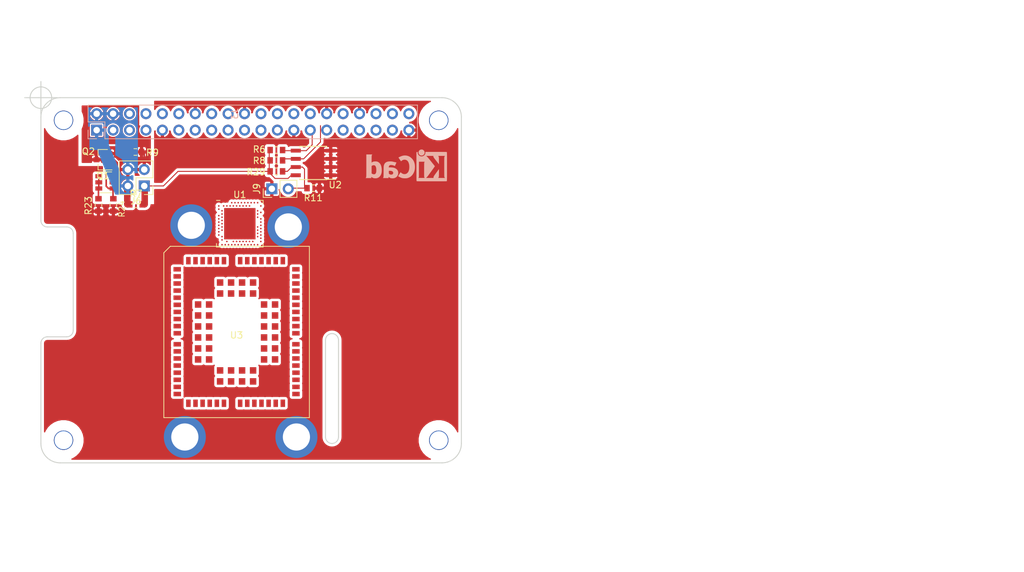
<source format=kicad_pcb>
(kicad_pcb (version 20171130) (host pcbnew 5.1.8-db9833491~88~ubuntu20.04.1)
  (layers (0 F.Cu signal) (1 In1.Cu signal) (2 In2.Cu signal) (31 B.Cu signal) (34 B.Paste user) (35 F.Paste user) (36 B.SilkS user) (37 F.SilkS user) (38 B.Mask user) (39 F.Mask user) (44 Edge.Cuts user))
  (net 0 "")
  (net 1 GND)
  (net 2 /ID_SD_EEPROM)
  (net 3 /ID_SC_EEPROM)
  (net 4 "Net-(Q1-Pad1)")
  (net 5 "Net-(Q2-Pad1)")
  (net 6 /P3V3_HAT)
  (net 7 /P5V_HAT)
  (net 8 /P3V3)
  (net 9 /P5V)
  (net 10 "Net-(J9-Pad2)")
  (net 11 "Net-(J3-Pad3)")
  (net 12 "Net-(J3-Pad5)")
  (net 13 "Net-(J3-Pad7)")
  (net 14 "Net-(J3-Pad8)")
  (net 15 "Net-(J3-Pad10)")
  (net 16 "Net-(J3-Pad11)")
  (net 17 "Net-(J3-Pad12)")
  (net 18 "Net-(J3-Pad13)")
  (net 19 "Net-(J3-Pad15)")
  (net 20 "Net-(J3-Pad16)")
  (net 21 "Net-(J3-Pad17)")
  (net 22 "Net-(J3-Pad18)")
  (net 23 "Net-(J3-Pad19)")
  (net 24 "Net-(J3-Pad21)")
  (net 25 "Net-(J3-Pad22)")
  (net 26 "Net-(J3-Pad23)")
  (net 27 "Net-(J3-Pad24)")
  (net 28 "Net-(J3-Pad26)")
  (net 29 "Net-(J3-Pad29)")
  (net 30 "Net-(J3-Pad31)")
  (net 31 "Net-(J3-Pad32)")
  (net 32 "Net-(J3-Pad33)")
  (net 33 "Net-(J3-Pad35)")
  (net 34 "Net-(J3-Pad36)")
  (net 35 "Net-(J3-Pad37)")
  (net 36 "Net-(J3-Pad38)")
  (net 37 "Net-(J3-Pad40)")
  (net 38 "Net-(U1-PadAC24)")
  (net 39 "Net-(U1-PadAA24)")
  (net 40 "Net-(U1-PadW24)")
  (net 41 "Net-(U1-PadU24)")
  (net 42 "Net-(U1-PadR24)")
  (net 43 "Net-(U1-PadN24)")
  (net 44 "Net-(U1-PadL24)")
  (net 45 "Net-(U1-PadJ24)")
  (net 46 "Net-(U1-PadE24)")
  (net 47 "Net-(U1-PadY23)")
  (net 48 "Net-(U1-PadV23)")
  (net 49 "Net-(U1-PadT23)")
  (net 50 "Net-(U1-PadP23)")
  (net 51 "Net-(U1-PadH23)")
  (net 52 "Net-(U1-PadF23)")
  (net 53 "Net-(U1-PadA23)")
  (net 54 "Net-(U1-PadA22)")
  (net 55 "Net-(U1-PadA20)")
  (net 56 "Net-(U1-PadA18)")
  (net 57 "Net-(U1-PadA16)")
  (net 58 "Net-(U1-PadA14)")
  (net 59 "Net-(U1-PadA12)")
  (net 60 "Net-(U1-PadA10)")
  (net 61 "Net-(U1-PadB19)")
  (net 62 "Net-(U1-PadB17)")
  (net 63 "Net-(U1-PadB15)")
  (net 64 "Net-(U1-PadB13)")
  (net 65 "Net-(U1-PadB11)")
  (net 66 "Net-(U1-PadB9)")
  (net 67 "Net-(U1-PadB7)")
  (net 68 "Net-(U1-PadB5)")
  (net 69 "Net-(U1-PadAC5)")
  (net 70 "Net-(U1-PadAC9)")
  (net 71 "Net-(U1-PadAC11)")
  (net 72 "Net-(U1-PadAC13)")
  (net 73 "Net-(U1-PadAC15)")
  (net 74 "Net-(U1-PadAC17)")
  (net 75 "Net-(U1-PadAC19)")
  (net 76 "Net-(U1-PadAD22)")
  (net 77 "Net-(U1-PadAD20)")
  (net 78 "Net-(U1-PadAD18)")
  (net 79 "Net-(U1-PadAD16)")
  (net 80 "Net-(U1-PadAD12)")
  (net 81 "Net-(U1-PadAD10)")
  (net 82 "Net-(U1-PadAD8)")
  (net 83 "Net-(U1-PadAD6)")
  (net 84 "Net-(U1-PadAD4)")
  (net 85 "Net-(U1-PadD2)")
  (net 86 "Net-(U1-PadC1)")
  (net 87 "Net-(U1-PadF2)")
  (net 88 "Net-(U1-PadH2)")
  (net 89 "Net-(U1-PadK2)")
  (net 90 "Net-(U1-PadM2)")
  (net 91 "Net-(U1-PadP2)")
  (net 92 "Net-(U1-PadT2)")
  (net 93 "Net-(U1-PadG1)")
  (net 94 "Net-(U1-PadJ1)")
  (net 95 "Net-(U1-PadL1)")
  (net 96 "Net-(U1-PadN1)")
  (net 97 "Net-(U1-PadR1)")
  (net 98 "Net-(U1-PadU1)")
  (net 99 "Net-(U1-PadY2)")
  (net 100 "Net-(U1-PadAB2)")
  (net 101 "Net-(U1-PadAD2)")
  (net 102 "Net-(U1-PadAC21)")
  (net 103 "Net-(U1-PadB3)")
  (net 104 "Net-(U1-PadA8)")
  (net 105 "Net-(U1-PadD23)")
  (net 106 "Net-(U1-PadB24)")
  (net 107 "Net-(U3-Pad102)")
  (net 108 "Net-(U3-Pad101)")
  (net 109 "Net-(U3-Pad100)")
  (net 110 "Net-(U3-Pad99)")
  (net 111 "Net-(U3-Pad98)")
  (net 112 "Net-(U3-Pad97)")
  (net 113 "Net-(U3-Pad96)")
  (net 114 "Net-(U3-Pad95)")
  (net 115 "Net-(U3-Pad94)")
  (net 116 "Net-(U3-Pad93)")
  (net 117 "Net-(U3-Pad92)")
  (net 118 "Net-(U3-Pad91)")
  (net 119 "Net-(U3-Pad90)")
  (net 120 "Net-(U3-Pad89)")
  (net 121 "Net-(U3-Pad88)")
  (net 122 "Net-(U3-Pad87)")
  (net 123 "Net-(U3-Pad86)")
  (net 124 "Net-(U3-Pad85)")
  (net 125 "Net-(U3-Pad84)")
  (net 126 "Net-(U3-Pad83)")
  (net 127 "Net-(U3-Pad82)")
  (net 128 "Net-(U3-Pad81)")
  (net 129 "Net-(U3-Pad80)")
  (net 130 "Net-(U3-Pad79)")
  (net 131 "Net-(U3-Pad78)")
  (net 132 "Net-(U3-Pad77)")
  (net 133 "Net-(U3-Pad76)")
  (net 134 "Net-(U3-Pad75)")
  (net 135 "Net-(U3-Pad74)")
  (net 136 "Net-(U3-Pad73)")
  (net 137 "Net-(U3-Pad72)")
  (net 138 "Net-(U3-Pad71)")
  (net 139 "Net-(U3-Pad70)")
  (net 140 "Net-(U3-Pad69)")
  (net 141 "Net-(U3-Pad68)")
  (net 142 "Net-(U3-Pad67)")
  (net 143 "Net-(U3-Pad66)")
  (net 144 "Net-(U3-Pad65)")
  (net 145 "Net-(U3-Pad64)")
  (net 146 "Net-(U3-Pad63)")
  (net 147 "Net-(U3-Pad62)")
  (net 148 "Net-(U3-Pad61)")
  (net 149 "Net-(U3-Pad60)")
  (net 150 "Net-(U3-Pad59)")
  (net 151 "Net-(U3-Pad58)")
  (net 152 "Net-(U3-Pad57)")
  (net 153 "Net-(U3-Pad56)")
  (net 154 "Net-(U3-Pad55)")
  (net 155 "Net-(U3-Pad54)")
  (net 156 "Net-(U3-Pad53)")
  (net 157 "Net-(U3-Pad52)")
  (net 158 "Net-(U3-Pad51)")
  (net 159 "Net-(U3-Pad50)")
  (net 160 "Net-(U3-Pad49)")
  (net 161 "Net-(U3-Pad48)")
  (net 162 "Net-(U3-Pad47)")
  (net 163 "Net-(U3-Pad46)")
  (net 164 "Net-(U3-Pad45)")
  (net 165 "Net-(U3-Pad44)")
  (net 166 "Net-(U3-Pad43)")
  (net 167 "Net-(U3-Pad42)")
  (net 168 "Net-(U3-Pad41)")
  (net 169 "Net-(U3-Pad40)")
  (net 170 "Net-(U3-Pad39)")
  (net 171 "Net-(U3-Pad38)")
  (net 172 "Net-(U3-Pad37)")
  (net 173 "Net-(U3-Pad36)")
  (net 174 "Net-(U3-Pad35)")
  (net 175 "Net-(U3-Pad34)")
  (net 176 "Net-(U3-Pad33)")
  (net 177 "Net-(U3-Pad32)")
  (net 178 "Net-(U3-Pad31)")
  (net 179 "Net-(U3-Pad30)")
  (net 180 "Net-(U3-Pad29)")
  (net 181 "Net-(U3-Pad28)")
  (net 182 "Net-(U3-Pad27)")
  (net 183 "Net-(U3-Pad26)")
  (net 184 "Net-(U3-Pad25)")
  (net 185 "Net-(U3-Pad24)")
  (net 186 "Net-(U3-Pad23)")
  (net 187 "Net-(U3-Pad22)")
  (net 188 "Net-(U3-Pad21)")
  (net 189 "Net-(U3-Pad20)")
  (net 190 "Net-(U3-Pad19)")
  (net 191 "Net-(U3-Pad18)")
  (net 192 "Net-(U3-Pad17)")
  (net 193 "Net-(U3-Pad16)")
  (net 194 "Net-(U3-Pad15)")
  (net 195 "Net-(U3-Pad14)")
  (net 196 "Net-(U3-Pad13)")
  (net 197 "Net-(U3-Pad12)")
  (net 198 "Net-(U3-Pad11)")
  (net 199 "Net-(U3-Pad10)")
  (net 200 "Net-(U3-Pad9)")
  (net 201 "Net-(U3-Pad8)")
  (net 202 "Net-(U3-Pad7)")
  (net 203 "Net-(U3-Pad6)")
  (net 204 "Net-(U3-Pad5)")
  (net 205 "Net-(U3-Pad4)")
  (net 206 "Net-(U3-Pad3)")
  (net 207 "Net-(U3-Pad2)")
  (net 208 "Net-(U3-Pad1)")
  (module ABC:PinSocket_2x20_P2.54mm_Vertical-CENTER (layer B.Cu) (at 110.75 63.75 270)
    (fp_text reference J3 (at -1.27 2.77 90) (layer B.SilkS) (effects (justify mirror)))
    (fp_text value 40HAT)
    (pad 40 thru_hole oval (at -1.27 -24.13 270) (size 1.7 1.7) (drill 1) (layers *.Cu *.Mask) (net 37 "Net-(J3-Pad40)"))
    (pad 39 thru_hole oval (at 1.27 -24.13 270) (size 1.7 1.7) (drill 1) (layers *.Cu *.Mask) (net 1 GND))
    (pad 38 thru_hole oval (at -1.27 -21.59 270) (size 1.7 1.7) (drill 1) (layers *.Cu *.Mask) (net 36 "Net-(J3-Pad38)"))
    (pad 37 thru_hole oval (at 1.27 -21.59 270) (size 1.7 1.7) (drill 1) (layers *.Cu *.Mask) (net 35 "Net-(J3-Pad37)"))
    (pad 36 thru_hole oval (at -1.27 -19.05 270) (size 1.7 1.7) (drill 1) (layers *.Cu *.Mask) (net 34 "Net-(J3-Pad36)"))
    (pad 35 thru_hole oval (at 1.27 -19.05 270) (size 1.7 1.7) (drill 1) (layers *.Cu *.Mask) (net 33 "Net-(J3-Pad35)"))
    (pad 34 thru_hole oval (at -1.27 -16.51 270) (size 1.7 1.7) (drill 1) (layers *.Cu *.Mask) (net 1 GND))
    (pad 33 thru_hole oval (at 1.27 -16.51 270) (size 1.7 1.7) (drill 1) (layers *.Cu *.Mask) (net 32 "Net-(J3-Pad33)"))
    (pad 32 thru_hole oval (at -1.27 -13.97 270) (size 1.7 1.7) (drill 1) (layers *.Cu *.Mask) (net 31 "Net-(J3-Pad32)"))
    (pad 31 thru_hole oval (at 1.27 -13.97 270) (size 1.7 1.7) (drill 1) (layers *.Cu *.Mask) (net 30 "Net-(J3-Pad31)"))
    (pad 30 thru_hole oval (at -1.27 -11.43 270) (size 1.7 1.7) (drill 1) (layers *.Cu *.Mask) (net 1 GND))
    (pad 29 thru_hole oval (at 1.27 -11.43 270) (size 1.7 1.7) (drill 1) (layers *.Cu *.Mask) (net 29 "Net-(J3-Pad29)"))
    (pad 28 thru_hole oval (at -1.27 -8.89 270) (size 1.7 1.7) (drill 1) (layers *.Cu *.Mask) (net 3 /ID_SC_EEPROM))
    (pad 27 thru_hole oval (at 1.27 -8.89 270) (size 1.7 1.7) (drill 1) (layers *.Cu *.Mask) (net 2 /ID_SD_EEPROM))
    (pad 26 thru_hole oval (at -1.27 -6.35 270) (size 1.7 1.7) (drill 1) (layers *.Cu *.Mask) (net 28 "Net-(J3-Pad26)"))
    (pad 25 thru_hole oval (at 1.27 -6.35 270) (size 1.7 1.7) (drill 1) (layers *.Cu *.Mask) (net 1 GND))
    (pad 24 thru_hole oval (at -1.27 -3.81 270) (size 1.7 1.7) (drill 1) (layers *.Cu *.Mask) (net 27 "Net-(J3-Pad24)"))
    (pad 23 thru_hole oval (at 1.27 -3.81 270) (size 1.7 1.7) (drill 1) (layers *.Cu *.Mask) (net 26 "Net-(J3-Pad23)"))
    (pad 22 thru_hole oval (at -1.27 -1.27 270) (size 1.7 1.7) (drill 1) (layers *.Cu *.Mask) (net 25 "Net-(J3-Pad22)"))
    (pad 21 thru_hole oval (at 1.27 -1.27 270) (size 1.7 1.7) (drill 1) (layers *.Cu *.Mask) (net 24 "Net-(J3-Pad21)"))
    (pad 20 thru_hole oval (at -1.27 1.27 270) (size 1.7 1.7) (drill 1) (layers *.Cu *.Mask) (net 1 GND))
    (pad 19 thru_hole oval (at 1.27 1.27 270) (size 1.7 1.7) (drill 1) (layers *.Cu *.Mask) (net 23 "Net-(J3-Pad19)"))
    (pad 18 thru_hole oval (at -1.27 3.81 270) (size 1.7 1.7) (drill 1) (layers *.Cu *.Mask) (net 22 "Net-(J3-Pad18)"))
    (pad 17 thru_hole oval (at 1.27 3.81 270) (size 1.7 1.7) (drill 1) (layers *.Cu *.Mask) (net 21 "Net-(J3-Pad17)"))
    (pad 16 thru_hole oval (at -1.27 6.35 270) (size 1.7 1.7) (drill 1) (layers *.Cu *.Mask) (net 20 "Net-(J3-Pad16)"))
    (pad 15 thru_hole oval (at 1.27 6.35 270) (size 1.7 1.7) (drill 1) (layers *.Cu *.Mask) (net 19 "Net-(J3-Pad15)"))
    (pad 14 thru_hole oval (at -1.27 8.89 270) (size 1.7 1.7) (drill 1) (layers *.Cu *.Mask) (net 1 GND))
    (pad 13 thru_hole oval (at 1.27 8.89 270) (size 1.7 1.7) (drill 1) (layers *.Cu *.Mask) (net 18 "Net-(J3-Pad13)"))
    (pad 12 thru_hole oval (at -1.27 11.43 270) (size 1.7 1.7) (drill 1) (layers *.Cu *.Mask) (net 17 "Net-(J3-Pad12)"))
    (pad 11 thru_hole oval (at 1.27 11.43 270) (size 1.7 1.7) (drill 1) (layers *.Cu *.Mask) (net 16 "Net-(J3-Pad11)"))
    (pad 10 thru_hole oval (at -1.27 13.97 270) (size 1.7 1.7) (drill 1) (layers *.Cu *.Mask) (net 15 "Net-(J3-Pad10)"))
    (pad 9 thru_hole oval (at 1.27 13.97 270) (size 1.7 1.7) (drill 1) (layers *.Cu *.Mask) (net 1 GND))
    (pad 8 thru_hole oval (at -1.27 16.51 270) (size 1.7 1.7) (drill 1) (layers *.Cu *.Mask) (net 14 "Net-(J3-Pad8)"))
    (pad 7 thru_hole oval (at 1.27 16.51 270) (size 1.7 1.7) (drill 1) (layers *.Cu *.Mask) (net 13 "Net-(J3-Pad7)"))
    (pad 6 thru_hole oval (at -1.27 19.05 270) (size 1.7 1.7) (drill 1) (layers *.Cu *.Mask) (net 1 GND))
    (pad 5 thru_hole oval (at 1.27 19.05 270) (size 1.7 1.7) (drill 1) (layers *.Cu *.Mask) (net 12 "Net-(J3-Pad5)"))
    (pad 4 thru_hole oval (at -1.27 21.59 270) (size 1.7 1.7) (drill 1) (layers *.Cu *.Mask) (net 7 /P5V_HAT))
    (pad 3 thru_hole oval (at 1.27 21.59 270) (size 1.7 1.7) (drill 1) (layers *.Cu *.Mask) (net 11 "Net-(J3-Pad3)"))
    (pad 2 thru_hole oval (at -1.27 24.13 270) (size 1.7 1.7) (drill 1) (layers *.Cu *.Mask) (net 7 /P5V_HAT))
    (pad 1 thru_hole rect (at 1.27 24.13 270) (size 1.7 1.7) (drill 1) (layers *.Cu *.Mask) (net 6 /P3V3_HAT))
  )
  (module ABC:KiCad-Logo_5mm_SilkScreen-rpi-module (layer B.Cu) (at 134.5 71 180)
    (fp_text reference N1 hide)
    (fp_text value "Rasp Pi 3d Model" hide)
  )
  (module ABC:4881-Top (layer B.Cu) (at 117.5 112.5)
    (fp_text reference H8 (at 0 -0.5) (layer B.SilkS) (effects (justify mirror)))
    (fp_text value "4881 SMT Mounts")
    (pad 1 thru_hole circle (at 0 0) (size 6.5 6.5) (drill 4.2) (layers B.Cu B.Mask))
  )
  (module ABC:4881-Top (layer B.Cu) (at 116.25 80)
    (fp_text reference H7 (at 0 -0.5) (layer B.SilkS) (effects (justify mirror)))
    (fp_text value "4881 SMT Mounts")
    (pad 1 thru_hole circle (at 0 0) (size 6.5 6.5) (drill 4.2) (layers B.Cu B.Mask))
  )
  (module ABC:4881-Top (layer B.Cu) (at 100.25 112.5)
    (fp_text reference H6 (at 0 -0.5) (layer B.SilkS) (effects (justify mirror)))
    (fp_text value "4881 SMT Mounts")
    (pad 1 thru_hole circle (at 0 0) (size 6.5 6.5) (drill 4.2) (layers B.Cu B.Mask))
  )
  (module ABC:4881-Top (layer B.Cu) (at 101.25 79.75)
    (fp_text reference H5 (at 0 -0.5) (layer B.SilkS) (effects (justify mirror)))
    (fp_text value "4881 SMT Mounts")
    (pad 1 thru_hole circle (at 0 0) (size 6.5 6.5) (drill 4.2) (layers B.Cu B.Mask))
  )
  (module ABC:BG96 (layer F.Cu) (at 108.25 96.25)
    (fp_text reference U3 (at 0 0.5) (layer F.SilkS))
    (fp_text value BG96)
    (pad 102 smd rect (at -2.55 -5.95 270) (size 1 1) (layers F.Cu F.Paste F.Mask) (net 107 "Net-(U3-Pad102)"))
    (pad 101 smd rect (at -0.85 -5.95 270) (size 1 1) (layers F.Cu F.Paste F.Mask) (net 108 "Net-(U3-Pad101)"))
    (pad 100 smd rect (at 0.85 -5.95 270) (size 1 1) (layers F.Cu F.Paste F.Mask) (net 109 "Net-(U3-Pad100)"))
    (pad 99 smd rect (at 2.55 -5.95 270) (size 1 1) (layers F.Cu F.Paste F.Mask) (net 110 "Net-(U3-Pad99)"))
    (pad 98 smd rect (at 4.25 -4.25 270) (size 1 1) (layers F.Cu F.Paste F.Mask) (net 111 "Net-(U3-Pad98)"))
    (pad 97 smd rect (at 4.25 -2.55 270) (size 1 1) (layers F.Cu F.Paste F.Mask) (net 112 "Net-(U3-Pad97)"))
    (pad 96 smd rect (at 4.25 -0.85 270) (size 1 1) (layers F.Cu F.Paste F.Mask) (net 113 "Net-(U3-Pad96)"))
    (pad 95 smd rect (at 4.25 0.85 270) (size 1 1) (layers F.Cu F.Paste F.Mask) (net 114 "Net-(U3-Pad95)"))
    (pad 94 smd rect (at 4.25 2.55 270) (size 1 1) (layers F.Cu F.Paste F.Mask) (net 115 "Net-(U3-Pad94)"))
    (pad 93 smd rect (at 4.25 4.25 270) (size 1 1) (layers F.Cu F.Paste F.Mask) (net 116 "Net-(U3-Pad93)"))
    (pad 92 smd rect (at 2.55 5.95 270) (size 1 1) (layers F.Cu F.Paste F.Mask) (net 117 "Net-(U3-Pad92)"))
    (pad 91 smd rect (at 0.85 5.95 270) (size 1 1) (layers F.Cu F.Paste F.Mask) (net 118 "Net-(U3-Pad91)"))
    (pad 90 smd rect (at -0.85 5.95 270) (size 1 1) (layers F.Cu F.Paste F.Mask) (net 119 "Net-(U3-Pad90)"))
    (pad 89 smd rect (at -2.55 5.95 270) (size 1 1) (layers F.Cu F.Paste F.Mask) (net 120 "Net-(U3-Pad89)"))
    (pad 88 smd rect (at -4.25 4.25 270) (size 1 1) (layers F.Cu F.Paste F.Mask) (net 121 "Net-(U3-Pad88)"))
    (pad 87 smd rect (at -4.25 2.55 270) (size 1 1) (layers F.Cu F.Paste F.Mask) (net 122 "Net-(U3-Pad87)"))
    (pad 86 smd rect (at -4.25 0.85 270) (size 1 1) (layers F.Cu F.Paste F.Mask) (net 123 "Net-(U3-Pad86)"))
    (pad 85 smd rect (at -4.25 -0.85 270) (size 1 1) (layers F.Cu F.Paste F.Mask) (net 124 "Net-(U3-Pad85)"))
    (pad 84 smd rect (at -4.25 -2.55 270) (size 1 1) (layers F.Cu F.Paste F.Mask) (net 125 "Net-(U3-Pad84)"))
    (pad 83 smd rect (at -4.25 -4.25 270) (size 1 1) (layers F.Cu F.Paste F.Mask) (net 126 "Net-(U3-Pad83)"))
    (pad 82 smd rect (at -2.55 -7.65 270) (size 1 1) (layers F.Cu F.Paste F.Mask) (net 127 "Net-(U3-Pad82)"))
    (pad 81 smd rect (at -0.85 -7.65 270) (size 1 1) (layers F.Cu F.Paste F.Mask) (net 128 "Net-(U3-Pad81)"))
    (pad 80 smd rect (at 0.85 -7.65 270) (size 1 1) (layers F.Cu F.Paste F.Mask) (net 129 "Net-(U3-Pad80)"))
    (pad 79 smd rect (at 2.55 -7.65 270) (size 1 1) (layers F.Cu F.Paste F.Mask) (net 130 "Net-(U3-Pad79)"))
    (pad 78 smd rect (at 5.95 -4.25 270) (size 1 1) (layers F.Cu F.Paste F.Mask) (net 131 "Net-(U3-Pad78)"))
    (pad 77 smd rect (at 5.95 -2.55 270) (size 1 1) (layers F.Cu F.Paste F.Mask) (net 132 "Net-(U3-Pad77)"))
    (pad 76 smd rect (at 5.95 -0.85 270) (size 1 1) (layers F.Cu F.Paste F.Mask) (net 133 "Net-(U3-Pad76)"))
    (pad 75 smd rect (at 5.95 0.85 270) (size 1 1) (layers F.Cu F.Paste F.Mask) (net 134 "Net-(U3-Pad75)"))
    (pad 74 smd rect (at 5.95 2.55 270) (size 1 1) (layers F.Cu F.Paste F.Mask) (net 135 "Net-(U3-Pad74)"))
    (pad 73 smd rect (at 5.95 4.25 270) (size 1 1) (layers F.Cu F.Paste F.Mask) (net 136 "Net-(U3-Pad73)"))
    (pad 72 smd rect (at 2.55 7.65 270) (size 1 1) (layers F.Cu F.Paste F.Mask) (net 137 "Net-(U3-Pad72)"))
    (pad 71 smd rect (at 0.85 7.65 270) (size 1 1) (layers F.Cu F.Paste F.Mask) (net 138 "Net-(U3-Pad71)"))
    (pad 70 smd rect (at -0.85 7.65 270) (size 1 1) (layers F.Cu F.Paste F.Mask) (net 139 "Net-(U3-Pad70)"))
    (pad 69 smd rect (at -2.55 7.65 270) (size 1 1) (layers F.Cu F.Paste F.Mask) (net 140 "Net-(U3-Pad69)"))
    (pad 68 smd rect (at -5.95 4.25 270) (size 1 1) (layers F.Cu F.Paste F.Mask) (net 141 "Net-(U3-Pad68)"))
    (pad 67 smd rect (at -5.95 2.55 270) (size 1 1) (layers F.Cu F.Paste F.Mask) (net 142 "Net-(U3-Pad67)"))
    (pad 66 smd rect (at -5.95 0.85 270) (size 1 1) (layers F.Cu F.Paste F.Mask) (net 143 "Net-(U3-Pad66)"))
    (pad 65 smd rect (at -5.95 -0.85 270) (size 1 1) (layers F.Cu F.Paste F.Mask) (net 144 "Net-(U3-Pad65)"))
    (pad 64 smd rect (at -5.95 -2.55 270) (size 1 1) (layers F.Cu F.Paste F.Mask) (net 145 "Net-(U3-Pad64)"))
    (pad 63 smd rect (at -5.95 -4.25 270) (size 1 1) (layers F.Cu F.Paste F.Mask) (net 146 "Net-(U3-Pad63)"))
    (pad 62 smd rect (at -7.45 -11.03 270) (size 1.15 0.7) (layers F.Cu F.Paste F.Mask) (net 147 "Net-(U3-Pad62)"))
    (pad 61 smd rect (at -6.35 -11.03 270) (size 1.15 0.7) (layers F.Cu F.Paste F.Mask) (net 148 "Net-(U3-Pad61)"))
    (pad 60 smd rect (at -5.25 -11.03 270) (size 1.15 0.7) (layers F.Cu F.Paste F.Mask) (net 149 "Net-(U3-Pad60)"))
    (pad 59 smd rect (at -4.15 -11.03 270) (size 1.15 0.7) (layers F.Cu F.Paste F.Mask) (net 150 "Net-(U3-Pad59)"))
    (pad 58 smd rect (at -3.05 -11.03 270) (size 1.15 0.7) (layers F.Cu F.Paste F.Mask) (net 151 "Net-(U3-Pad58)"))
    (pad 57 smd rect (at -1.95 -11.03 270) (size 1.15 0.7) (layers F.Cu F.Paste F.Mask) (net 152 "Net-(U3-Pad57)"))
    (pad 56 smd rect (at 0.55 -11.03 270) (size 1.15 0.7) (layers F.Cu F.Paste F.Mask) (net 153 "Net-(U3-Pad56)"))
    (pad 55 smd rect (at 1.65 -11.03 270) (size 1.15 0.7) (layers F.Cu F.Paste F.Mask) (net 154 "Net-(U3-Pad55)"))
    (pad 54 smd rect (at 2.75 -11.03 270) (size 1.15 0.7) (layers F.Cu F.Paste F.Mask) (net 155 "Net-(U3-Pad54)"))
    (pad 53 smd rect (at 3.85 -11.03 270) (size 1.15 0.7) (layers F.Cu F.Paste F.Mask) (net 156 "Net-(U3-Pad53)"))
    (pad 52 smd rect (at 4.95 -11.03 270) (size 1.15 0.7) (layers F.Cu F.Paste F.Mask) (net 157 "Net-(U3-Pad52)"))
    (pad 51 smd rect (at 6.05 -11.03 270) (size 1.15 0.7) (layers F.Cu F.Paste F.Mask) (net 158 "Net-(U3-Pad51)"))
    (pad 50 smd rect (at 7.15 -11.03 270) (size 1.15 0.7) (layers F.Cu F.Paste F.Mask) (net 159 "Net-(U3-Pad50)"))
    (pad 49 smd rect (at 9.17 -9.7 180) (size 1.15 0.7) (layers F.Cu F.Paste F.Mask) (net 160 "Net-(U3-Pad49)"))
    (pad 48 smd rect (at 9.17 -8.6 180) (size 1.15 0.7) (layers F.Cu F.Paste F.Mask) (net 161 "Net-(U3-Pad48)"))
    (pad 47 smd rect (at 9.17 -7.5 180) (size 1.15 0.7) (layers F.Cu F.Paste F.Mask) (net 162 "Net-(U3-Pad47)"))
    (pad 46 smd rect (at 9.17 -6.4 180) (size 1.15 0.7) (layers F.Cu F.Paste F.Mask) (net 163 "Net-(U3-Pad46)"))
    (pad 45 smd rect (at 9.17 -5.3 180) (size 1.15 0.7) (layers F.Cu F.Paste F.Mask) (net 164 "Net-(U3-Pad45)"))
    (pad 44 smd rect (at 9.17 -4.2 180) (size 1.15 0.7) (layers F.Cu F.Paste F.Mask) (net 165 "Net-(U3-Pad44)"))
    (pad 43 smd rect (at 9.17 -3.1 180) (size 1.15 0.7) (layers F.Cu F.Paste F.Mask) (net 166 "Net-(U3-Pad43)"))
    (pad 42 smd rect (at 9.17 -2 180) (size 1.15 0.7) (layers F.Cu F.Paste F.Mask) (net 167 "Net-(U3-Pad42)"))
    (pad 41 smd rect (at 9.17 -0.9 180) (size 1.15 0.7) (layers F.Cu F.Paste F.Mask) (net 168 "Net-(U3-Pad41)"))
    (pad 40 smd rect (at 9.17 0.2 180) (size 1.15 0.7) (layers F.Cu F.Paste F.Mask) (net 169 "Net-(U3-Pad40)"))
    (pad 39 smd rect (at 9.17 1.9 180) (size 1.15 0.7) (layers F.Cu F.Paste F.Mask) (net 170 "Net-(U3-Pad39)"))
    (pad 38 smd rect (at 9.17 3 180) (size 1.15 0.7) (layers F.Cu F.Paste F.Mask) (net 171 "Net-(U3-Pad38)"))
    (pad 37 smd rect (at 9.17 4.1 180) (size 1.15 0.7) (layers F.Cu F.Paste F.Mask) (net 172 "Net-(U3-Pad37)"))
    (pad 36 smd rect (at 9.17 5.2 180) (size 1.15 0.7) (layers F.Cu F.Paste F.Mask) (net 173 "Net-(U3-Pad36)"))
    (pad 35 smd rect (at 9.18 6.3 180) (size 1.15 0.7) (layers F.Cu F.Paste F.Mask) (net 174 "Net-(U3-Pad35)"))
    (pad 34 smd rect (at 9.18 7.4 180) (size 1.15 0.7) (layers F.Cu F.Paste F.Mask) (net 175 "Net-(U3-Pad34)"))
    (pad 33 smd rect (at 9.18 8.5 180) (size 1.15 0.7) (layers F.Cu F.Paste F.Mask) (net 176 "Net-(U3-Pad33)"))
    (pad 32 smd rect (at 9.18 9.6 180) (size 1.15 0.7) (layers F.Cu F.Paste F.Mask) (net 177 "Net-(U3-Pad32)"))
    (pad 31 smd rect (at 7.15 11.03 90) (size 1.15 0.7) (layers F.Cu F.Paste F.Mask) (net 178 "Net-(U3-Pad31)"))
    (pad 30 smd rect (at 6.05 11.03 90) (size 1.15 0.7) (layers F.Cu F.Paste F.Mask) (net 179 "Net-(U3-Pad30)"))
    (pad 29 smd rect (at 4.95 11.03 90) (size 1.15 0.7) (layers F.Cu F.Paste F.Mask) (net 180 "Net-(U3-Pad29)"))
    (pad 28 smd rect (at 3.85 11.03 90) (size 1.15 0.7) (layers F.Cu F.Paste F.Mask) (net 181 "Net-(U3-Pad28)"))
    (pad 27 smd rect (at 2.75 11.03 90) (size 1.15 0.7) (layers F.Cu F.Paste F.Mask) (net 182 "Net-(U3-Pad27)"))
    (pad 26 smd rect (at 1.65 11.03 90) (size 1.15 0.7) (layers F.Cu F.Paste F.Mask) (net 183 "Net-(U3-Pad26)"))
    (pad 25 smd rect (at 0.55 11.03 90) (size 1.15 0.7) (layers F.Cu F.Paste F.Mask) (net 184 "Net-(U3-Pad25)"))
    (pad 24 smd rect (at -1.95 11.03 90) (size 1.15 0.7) (layers F.Cu F.Paste F.Mask) (net 185 "Net-(U3-Pad24)"))
    (pad 23 smd rect (at -3.05 11.03 90) (size 1.15 0.7) (layers F.Cu F.Paste F.Mask) (net 186 "Net-(U3-Pad23)"))
    (pad 22 smd rect (at -4.15 11.03 90) (size 1.15 0.7) (layers F.Cu F.Paste F.Mask) (net 187 "Net-(U3-Pad22)"))
    (pad 21 smd rect (at -5.25 11.03 90) (size 1.15 0.7) (layers F.Cu F.Paste F.Mask) (net 188 "Net-(U3-Pad21)"))
    (pad 20 smd rect (at -6.35 11.03 90) (size 1.15 0.7) (layers F.Cu F.Paste F.Mask) (net 189 "Net-(U3-Pad20)"))
    (pad 19 smd rect (at -7.45 11.03 90) (size 1.15 0.7) (layers F.Cu F.Paste F.Mask) (net 190 "Net-(U3-Pad19)"))
    (pad 18 smd rect (at -9.17 9.6) (size 1.15 0.7) (layers F.Cu F.Paste F.Mask) (net 191 "Net-(U3-Pad18)"))
    (pad 17 smd rect (at -9.17 8.5) (size 1.15 0.7) (layers F.Cu F.Paste F.Mask) (net 192 "Net-(U3-Pad17)"))
    (pad 16 smd rect (at -9.17 7.4) (size 1.15 0.7) (layers F.Cu F.Paste F.Mask) (net 193 "Net-(U3-Pad16)"))
    (pad 15 smd rect (at -9.17 6.3) (size 1.15 0.7) (layers F.Cu F.Paste F.Mask) (net 194 "Net-(U3-Pad15)"))
    (pad 14 smd rect (at -9.17 5.2) (size 1.15 0.7) (layers F.Cu F.Paste F.Mask) (net 195 "Net-(U3-Pad14)"))
    (pad 13 smd rect (at -9.17 4.1) (size 1.15 0.7) (layers F.Cu F.Paste F.Mask) (net 196 "Net-(U3-Pad13)"))
    (pad 12 smd rect (at -9.17 3) (size 1.15 0.7) (layers F.Cu F.Paste F.Mask) (net 197 "Net-(U3-Pad12)"))
    (pad 11 smd rect (at -9.17 1.9) (size 1.15 0.7) (layers F.Cu F.Paste F.Mask) (net 198 "Net-(U3-Pad11)"))
    (pad 10 smd rect (at -9.17 0.2) (size 1.15 0.7) (layers F.Cu F.Paste F.Mask) (net 199 "Net-(U3-Pad10)"))
    (pad 9 smd rect (at -9.17 -0.9) (size 1.15 0.7) (layers F.Cu F.Paste F.Mask) (net 200 "Net-(U3-Pad9)"))
    (pad 8 smd rect (at -9.17 -2) (size 1.15 0.7) (layers F.Cu F.Paste F.Mask) (net 201 "Net-(U3-Pad8)"))
    (pad 7 smd rect (at -9.17 -3.1) (size 1.15 0.7) (layers F.Cu F.Paste F.Mask) (net 202 "Net-(U3-Pad7)"))
    (pad 6 smd rect (at -9.17 -4.2) (size 1.15 0.7) (layers F.Cu F.Paste F.Mask) (net 203 "Net-(U3-Pad6)"))
    (pad 5 smd rect (at -9.18 -5.3) (size 1.15 0.7) (layers F.Cu F.Paste F.Mask) (net 204 "Net-(U3-Pad5)"))
    (pad 4 smd rect (at -9.18 -6.4) (size 1.15 0.7) (layers F.Cu F.Paste F.Mask) (net 205 "Net-(U3-Pad4)"))
    (pad 3 smd rect (at -9.18 -7.5) (size 1.15 0.7) (layers F.Cu F.Paste F.Mask) (net 206 "Net-(U3-Pad3)"))
    (pad 2 smd rect (at -9.18 -8.6) (size 1.15 0.7) (layers F.Cu F.Paste F.Mask) (net 207 "Net-(U3-Pad2)"))
    (pad 1 smd rect (at -9.18 -9.7) (size 1.15 0.7) (layers F.Cu F.Paste F.Mask) (net 208 "Net-(U3-Pad1)"))
  )
  (module Package_DFN_QFN:Nordic_AQFN-73-1EP_7x7mm_P0.5mm (layer F.Cu) (at 108.75 79.5)
    (fp_text reference U1 (at 0 -4.5) (layer F.SilkS))
    (fp_text value nRF52840)
    (pad AC24 smd circle (at 3.25 2.75 180) (size 0.25 0.25) (layers F.Cu F.Paste F.Mask) (net 38 "Net-(U1-PadAC24)"))
    (pad AA24 smd circle (at 3.25 2.25 180) (size 0.25 0.25) (layers F.Cu F.Paste F.Mask) (net 39 "Net-(U1-PadAA24)"))
    (pad W24 smd circle (at 3.25 1.75 180) (size 0.25 0.25) (layers F.Cu F.Paste F.Mask) (net 40 "Net-(U1-PadW24)"))
    (pad U24 smd circle (at 3.25 1.25 180) (size 0.25 0.25) (layers F.Cu F.Paste F.Mask) (net 41 "Net-(U1-PadU24)"))
    (pad R24 smd circle (at 3.25 0.75 180) (size 0.25 0.25) (layers F.Cu F.Paste F.Mask) (net 42 "Net-(U1-PadR24)"))
    (pad N24 smd circle (at 3.25 0.25 180) (size 0.25 0.25) (layers F.Cu F.Paste F.Mask) (net 43 "Net-(U1-PadN24)"))
    (pad L24 smd circle (at 3.25 -0.25 180) (size 0.25 0.25) (layers F.Cu F.Paste F.Mask) (net 44 "Net-(U1-PadL24)"))
    (pad J24 smd circle (at 3.25 -0.75 180) (size 0.25 0.25) (layers F.Cu F.Paste F.Mask) (net 45 "Net-(U1-PadJ24)"))
    (pad E24 smd circle (at 3.25 -1.75 180) (size 0.25 0.25) (layers F.Cu F.Paste F.Mask) (net 46 "Net-(U1-PadE24)"))
    (pad Y23 smd circle (at 2.75 2 180) (size 0.25 0.25) (layers F.Cu F.Paste F.Mask) (net 47 "Net-(U1-PadY23)"))
    (pad V23 smd circle (at 2.75 1.5 180) (size 0.25 0.25) (layers F.Cu F.Paste F.Mask) (net 48 "Net-(U1-PadV23)"))
    (pad T23 smd circle (at 2.75 1 180) (size 0.25 0.25) (layers F.Cu F.Paste F.Mask) (net 49 "Net-(U1-PadT23)"))
    (pad P23 smd circle (at 2.75 0.5 180) (size 0.25 0.25) (layers F.Cu F.Paste F.Mask) (net 50 "Net-(U1-PadP23)"))
    (pad H23 smd circle (at 2.75 -1 180) (size 0.25 0.25) (layers F.Cu F.Paste F.Mask) (net 51 "Net-(U1-PadH23)"))
    (pad F23 smd circle (at 2.75 -1.5 180) (size 0.25 0.25) (layers F.Cu F.Paste F.Mask) (net 52 "Net-(U1-PadF23)"))
    (pad A23 smd circle (at 2.75 -3.25 180) (size 0.25 0.25) (layers F.Cu F.Paste F.Mask) (net 53 "Net-(U1-PadA23)"))
    (pad A22 smd circle (at 2.25 -3.25 180) (size 0.25 0.25) (layers F.Cu F.Paste F.Mask) (net 54 "Net-(U1-PadA22)"))
    (pad A20 smd circle (at 1.75 -3.25 180) (size 0.25 0.25) (layers F.Cu F.Paste F.Mask) (net 55 "Net-(U1-PadA20)"))
    (pad A18 smd circle (at 1.25 -3.25 180) (size 0.25 0.25) (layers F.Cu F.Paste F.Mask) (net 56 "Net-(U1-PadA18)"))
    (pad A16 smd circle (at 0.75 -3.25 180) (size 0.25 0.25) (layers F.Cu F.Paste F.Mask) (net 57 "Net-(U1-PadA16)"))
    (pad A14 smd circle (at 0.25 -3.25 180) (size 0.25 0.25) (layers F.Cu F.Paste F.Mask) (net 58 "Net-(U1-PadA14)"))
    (pad A12 smd circle (at -0.25 -3.25 180) (size 0.25 0.25) (layers F.Cu F.Paste F.Mask) (net 59 "Net-(U1-PadA12)"))
    (pad A10 smd circle (at -0.75 -3.25 180) (size 0.25 0.25) (layers F.Cu F.Paste F.Mask) (net 60 "Net-(U1-PadA10)"))
    (pad B19 smd circle (at 1.5 -2.75 180) (size 0.25 0.25) (layers F.Cu F.Paste F.Mask) (net 61 "Net-(U1-PadB19)"))
    (pad B17 smd circle (at 1 -2.75 180) (size 0.25 0.25) (layers F.Cu F.Paste F.Mask) (net 62 "Net-(U1-PadB17)"))
    (pad B15 smd circle (at 0.5 -2.75 180) (size 0.25 0.25) (layers F.Cu F.Paste F.Mask) (net 63 "Net-(U1-PadB15)"))
    (pad B13 smd circle (at 0 -2.75 180) (size 0.25 0.25) (layers F.Cu F.Paste F.Mask) (net 64 "Net-(U1-PadB13)"))
    (pad B11 smd circle (at -0.5 -2.75 180) (size 0.25 0.25) (layers F.Cu F.Paste F.Mask) (net 65 "Net-(U1-PadB11)"))
    (pad B9 smd circle (at -1 -2.75 180) (size 0.25 0.25) (layers F.Cu F.Paste F.Mask) (net 66 "Net-(U1-PadB9)"))
    (pad B7 smd circle (at -1.5 -2.75 180) (size 0.25 0.25) (layers F.Cu F.Paste F.Mask) (net 67 "Net-(U1-PadB7)"))
    (pad B5 smd circle (at -2 -2.75 180) (size 0.25 0.25) (layers F.Cu F.Paste F.Mask) (net 68 "Net-(U1-PadB5)"))
    (pad AC5 smd circle (at -2 2.75 180) (size 0.25 0.25) (layers F.Cu F.Paste F.Mask) (net 69 "Net-(U1-PadAC5)"))
    (pad AC9 smd circle (at -1 2.75 180) (size 0.25 0.25) (layers F.Cu F.Paste F.Mask) (net 70 "Net-(U1-PadAC9)"))
    (pad AC11 smd circle (at -0.5 2.75 180) (size 0.25 0.25) (layers F.Cu F.Paste F.Mask) (net 71 "Net-(U1-PadAC11)"))
    (pad AC13 smd circle (at 0 2.75 180) (size 0.25 0.25) (layers F.Cu F.Paste F.Mask) (net 72 "Net-(U1-PadAC13)"))
    (pad AC15 smd circle (at 0.5 2.75 180) (size 0.25 0.25) (layers F.Cu F.Paste F.Mask) (net 73 "Net-(U1-PadAC15)"))
    (pad AC17 smd circle (at 1 2.75 180) (size 0.25 0.25) (layers F.Cu F.Paste F.Mask) (net 74 "Net-(U1-PadAC17)"))
    (pad AC19 smd circle (at 1.5 2.75 180) (size 0.25 0.25) (layers F.Cu F.Paste F.Mask) (net 75 "Net-(U1-PadAC19)"))
    (pad AD22 smd circle (at 2.25 3.25 180) (size 0.25 0.25) (layers F.Cu F.Paste F.Mask) (net 76 "Net-(U1-PadAD22)"))
    (pad AD20 smd circle (at 1.75 3.25 180) (size 0.25 0.25) (layers F.Cu F.Paste F.Mask) (net 77 "Net-(U1-PadAD20)"))
    (pad AD18 smd circle (at 1.25 3.25 180) (size 0.25 0.25) (layers F.Cu F.Paste F.Mask) (net 78 "Net-(U1-PadAD18)"))
    (pad AD16 smd circle (at 0.75 3.25 180) (size 0.25 0.25) (layers F.Cu F.Paste F.Mask) (net 79 "Net-(U1-PadAD16)"))
    (pad AD14 smd circle (at 0.25 3.25 180) (size 0.25 0.25) (layers F.Cu F.Paste F.Mask) (net 54 "Net-(U1-PadA22)"))
    (pad AD12 smd circle (at -0.25 3.25 180) (size 0.25 0.25) (layers F.Cu F.Paste F.Mask) (net 80 "Net-(U1-PadAD12)"))
    (pad AD10 smd circle (at -0.75 3.25 180) (size 0.25 0.25) (layers F.Cu F.Paste F.Mask) (net 81 "Net-(U1-PadAD10)"))
    (pad AD8 smd circle (at -1.25 3.25 180) (size 0.25 0.25) (layers F.Cu F.Paste F.Mask) (net 82 "Net-(U1-PadAD8)"))
    (pad AD6 smd circle (at -1.75 3.25 180) (size 0.25 0.25) (layers F.Cu F.Paste F.Mask) (net 83 "Net-(U1-PadAD6)"))
    (pad AD4 smd circle (at -2.25 3.25 180) (size 0.25 0.25) (layers F.Cu F.Paste F.Mask) (net 84 "Net-(U1-PadAD4)"))
    (pad B1 smd circle (at -3.25 -2.75 180) (size 0.25 0.25) (layers F.Cu F.Paste F.Mask) (net 54 "Net-(U1-PadA22)"))
    (pad D2 smd circle (at -2.75 -2 180) (size 0.25 0.25) (layers F.Cu F.Paste F.Mask) (net 85 "Net-(U1-PadD2)"))
    (pad C1 smd circle (at -3.25 -2.25 180) (size 0.25 0.25) (layers F.Cu F.Paste F.Mask) (net 86 "Net-(U1-PadC1)"))
    (pad F2 smd circle (at -2.75 -1.5 180) (size 0.25 0.25) (layers F.Cu F.Paste F.Mask) (net 87 "Net-(U1-PadF2)"))
    (pad H2 smd circle (at -2.75 -1 180) (size 0.25 0.25) (layers F.Cu F.Paste F.Mask) (net 88 "Net-(U1-PadH2)"))
    (pad K2 smd circle (at -2.75 -0.5 180) (size 0.25 0.25) (layers F.Cu F.Paste F.Mask) (net 89 "Net-(U1-PadK2)"))
    (pad M2 smd circle (at -2.75 0 180) (size 0.25 0.25) (layers F.Cu F.Paste F.Mask) (net 90 "Net-(U1-PadM2)"))
    (pad P2 smd circle (at -2.75 0.5 180) (size 0.25 0.25) (layers F.Cu F.Paste F.Mask) (net 91 "Net-(U1-PadP2)"))
    (pad T2 smd circle (at -2.75 1 180) (size 0.25 0.25) (layers F.Cu F.Paste F.Mask) (net 92 "Net-(U1-PadT2)"))
    (pad G1 smd circle (at -3.25 -1.25 180) (size 0.25 0.25) (layers F.Cu F.Paste F.Mask) (net 93 "Net-(U1-PadG1)"))
    (pad J1 smd circle (at -3.25 -0.75 180) (size 0.25 0.25) (layers F.Cu F.Paste F.Mask) (net 94 "Net-(U1-PadJ1)"))
    (pad L1 smd circle (at -3.25 -0.25 180) (size 0.25 0.25) (layers F.Cu F.Paste F.Mask) (net 95 "Net-(U1-PadL1)"))
    (pad N1 smd circle (at -3.25 0.25 180) (size 0.25 0.25) (layers F.Cu F.Paste F.Mask) (net 96 "Net-(U1-PadN1)"))
    (pad R1 smd circle (at -3.25 0.75 180) (size 0.25 0.25) (layers F.Cu F.Paste F.Mask) (net 97 "Net-(U1-PadR1)"))
    (pad U1 smd circle (at -3.25 1.25 180) (size 0.25 0.25) (layers F.Cu F.Paste F.Mask) (net 98 "Net-(U1-PadU1)"))
    (pad W1 smd circle (at -3.25 1.75 180) (size 0.25 0.25) (layers F.Cu F.Paste F.Mask) (net 54 "Net-(U1-PadA22)"))
    (pad Y2 smd circle (at -2.75 2 180) (size 0.25 0.25) (layers F.Cu F.Paste F.Mask) (net 99 "Net-(U1-PadY2)"))
    (pad AB2 smd circle (at -2.75 2.5 180) (size 0.25 0.25) (layers F.Cu F.Paste F.Mask) (net 100 "Net-(U1-PadAB2)"))
    (pad AD2 smd circle (at -2.75 3.25 180) (size 0.25 0.25) (layers F.Cu F.Paste F.Mask) (net 101 "Net-(U1-PadAD2)"))
    (pad AD23 smd circle (at 2.75 3.25 180) (size 0.25 0.25) (layers F.Cu F.Paste F.Mask) (net 54 "Net-(U1-PadA22)"))
    (pad AC21 smd circle (at 2 2.75 180) (size 0.25 0.25) (layers F.Cu F.Paste F.Mask) (net 102 "Net-(U1-PadAC21)"))
    (pad B3 smd circle (at -2.5 -2.75 180) (size 0.25 0.25) (layers F.Cu F.Paste F.Mask) (net 103 "Net-(U1-PadB3)"))
    (pad A8 smd circle (at -1.25 -3.25 180) (size 0.25 0.25) (layers F.Cu F.Paste F.Mask) (net 104 "Net-(U1-PadA8)"))
    (pad D23 smd circle (at 2.75 -2 180) (size 0.25 0.25) (layers F.Cu F.Paste F.Mask) (net 105 "Net-(U1-PadD23)"))
    (pad B24 smd circle (at 3.25 -2.75 180) (size 0.25 0.25) (layers F.Cu F.Paste F.Mask) (net 106 "Net-(U1-PadB24)"))
    (pad EP smd rect (at 0 0 180) (size 4.85 4.85) (layers F.Cu F.Mask) (net 67 "Net-(U1-PadB7)"))
  )
  (module Package_SOIC:SOIC-8_3.9x4.9mm_P1.27mm (layer F.Cu) (at 120.1 70.1 180)
    (fp_text reference U2 (at -3.4 -3.4 180) (layer F.SilkS))
    (fp_text value CAT24C32)
    (pad 1 smd rect (at -2.7 -1.905 180) (size 1.55 0.6) (layers F.Cu F.Paste F.Mask) (net 1 GND))
    (pad 2 smd rect (at -2.7 -0.635 180) (size 1.55 0.6) (layers F.Cu F.Paste F.Mask) (net 1 GND))
    (pad 3 smd rect (at -2.7 0.635 180) (size 1.55 0.6) (layers F.Cu F.Paste F.Mask) (net 1 GND))
    (pad 4 smd rect (at -2.7 1.905 180) (size 1.55 0.6) (layers F.Cu F.Paste F.Mask) (net 1 GND))
    (pad 5 smd rect (at 2.7 1.905 180) (size 1.55 0.6) (layers F.Cu F.Paste F.Mask) (net 2 /ID_SD_EEPROM))
    (pad 6 smd rect (at 2.7 0.635 180) (size 1.55 0.6) (layers F.Cu F.Paste F.Mask) (net 3 /ID_SC_EEPROM))
    (pad 7 smd rect (at 2.7 -0.635 180) (size 1.55 0.6) (layers F.Cu F.Paste F.Mask) (net 10 "Net-(J9-Pad2)"))
    (pad 8 smd rect (at 2.7 -1.905 180) (size 1.55 0.6) (layers F.Cu F.Paste F.Mask) (net 8 /P3V3))
  )
  (module Resistor_SMD:R_0603_1608Metric_Pad0.84x1.00mm_HandSolder (layer F.Cu) (at 114.4 69.7)
    (fp_text reference R8 (at -2.65 0.05) (layer F.SilkS))
    (fp_text value 3.9K)
    (pad 2 smd rect (at 0.9625 0) (size 0.845 1) (layers F.Cu F.Paste F.Mask) (net 3 /ID_SC_EEPROM))
    (pad 1 smd rect (at -0.9625 0) (size 0.845 1) (layers F.Cu F.Paste F.Mask) (net 8 /P3V3))
  )
  (module Connector_PinHeader_2.54mm:PinHeader_2x02_P2.54mm_Vertical (layer F.Cu) (at 93.98 73.66 180)
    (fp_text reference J6 (at 1.27 -2.33 180) (layer F.SilkS))
    (fp_text value CONN_02X02)
    (pad 4 thru_hole oval (at 2.54 2.54 180) (size 1.7 1.7) (drill 1) (layers *.Cu *.Mask) (net 7 /P5V_HAT))
    (pad 3 thru_hole oval (at 0 2.54 180) (size 1.7 1.7) (drill 1) (layers *.Cu *.Mask) (net 9 /P5V))
    (pad 2 thru_hole oval (at 2.54 0 180) (size 1.7 1.7) (drill 1) (layers *.Cu *.Mask) (net 6 /P3V3_HAT))
    (pad 1 thru_hole rect (at 0 0 180) (size 1.7 1.7) (drill 1) (layers *.Cu *.Mask) (net 8 /P3V3))
  )
  (module Connector_PinHeader_2.54mm:PinHeader_1x02_P2.54mm_Vertical (layer F.Cu) (at 113.7 74.1 90)
    (fp_text reference J9 (at 0 -2.33 90) (layer F.SilkS))
    (fp_text value CONN_01X02)
    (pad 1 thru_hole rect (at 0 0 90) (size 1.7 1.7) (drill 1) (layers *.Cu *.Mask) (net 1 GND))
    (pad 2 thru_hole oval (at 0 2.54 90) (size 1.7 1.7) (drill 1) (layers *.Cu *.Mask) (net 10 "Net-(J9-Pad2)"))
  )
  (module Package_TO_SOT_SMD:SOT-23 (layer F.Cu) (at 87.6 69.6 180)
    (fp_text reference Q1 (at 0 -2.5 180) (layer F.SilkS))
    (fp_text value DMG2305UX)
    (pad 1 smd rect (at -1 -0.95 180) (size 0.9 0.8) (layers F.Cu F.Paste F.Mask) (net 4 "Net-(Q1-Pad1)"))
    (pad 2 smd rect (at -1 0.95 180) (size 0.9 0.8) (layers F.Cu F.Paste F.Mask) (net 7 /P5V_HAT))
    (pad 3 smd rect (at 1 0 180) (size 0.9 0.8) (layers F.Cu F.Paste F.Mask) (net 9 /P5V))
  )
  (module Package_TO_SOT_SMD:SOT-23-6 (layer F.Cu) (at 88.05 73.1)
    (fp_text reference Q2 (at -2.706 -4.774) (layer F.SilkS))
    (fp_text value DMMT5401)
    (pad 1 smd rect (at -1.1 -0.95) (size 1.06 0.65) (layers F.Cu F.Paste F.Mask) (net 5 "Net-(Q2-Pad1)"))
    (pad 2 smd rect (at -1.1 0) (size 1.06 0.65) (layers F.Cu F.Paste F.Mask) (net 5 "Net-(Q2-Pad1)"))
    (pad 3 smd rect (at -1.1 0.95) (size 1.06 0.65) (layers F.Cu F.Paste F.Mask) (net 5 "Net-(Q2-Pad1)"))
    (pad 4 smd rect (at 1.1 0.95) (size 1.06 0.65) (layers F.Cu F.Paste F.Mask) (net 4 "Net-(Q1-Pad1)"))
    (pad 6 smd rect (at 1.1 -0.95) (size 1.06 0.65) (layers F.Cu F.Paste F.Mask) (net 9 /P5V))
    (pad 5 smd rect (at 1.1 0) (size 1.06 0.65) (layers F.Cu F.Paste F.Mask) (net 7 /P5V_HAT))
  )
  (module Resistor_SMD:R_0603_1608Metric_Pad0.84x1.00mm_HandSolder (layer F.Cu) (at 114.4 71.4)
    (fp_text reference R29 (at -3.15 0.1) (layer F.SilkS))
    (fp_text value 10K)
    (pad 1 smd rect (at -0.9625 0) (size 0.845 1) (layers F.Cu F.Paste F.Mask) (net 8 /P3V3))
    (pad 2 smd rect (at 0.9625 0) (size 0.845 1) (layers F.Cu F.Paste F.Mask) (net 10 "Net-(J9-Pad2)"))
  )
  (module Resistor_SMD:R_0603_1608Metric_Pad0.84x1.00mm_HandSolder (layer F.Cu) (at 89.2 76.6 270)
    (fp_text reference R24 (at 0.616 -1.3 270) (layer F.SilkS) (effects (font (size 0.9 0.9) (thickness 0.13))))
    (fp_text value 47K)
    (pad 2 smd rect (at 0.9625 0 270) (size 0.845 1) (layers F.Cu F.Paste F.Mask) (net 1 GND))
    (pad 1 smd rect (at -0.9625 0 270) (size 0.845 1) (layers F.Cu F.Paste F.Mask) (net 4 "Net-(Q1-Pad1)"))
  )
  (module Resistor_SMD:R_0603_1608Metric_Pad0.84x1.00mm_HandSolder (layer F.Cu) (at 86.9 76.6 270)
    (fp_text reference R23 (at 0.108 1.556 90) (layer F.SilkS))
    (fp_text value 10K)
    (pad 1 smd rect (at -0.9625 0 270) (size 0.845 1) (layers F.Cu F.Paste F.Mask) (net 5 "Net-(Q2-Pad1)"))
    (pad 2 smd rect (at 0.9625 0 270) (size 0.845 1) (layers F.Cu F.Paste F.Mask) (net 1 GND))
  )
  (module Resistor_SMD:R_0603_1608Metric_Pad0.84x1.00mm_HandSolder (layer F.Cu) (at 120.1 74)
    (fp_text reference R11 (at 0 1.5) (layer F.SilkS))
    (fp_text value DNP)
    (pad 2 smd rect (at 0.9625 0) (size 0.845 1) (layers F.Cu F.Paste F.Mask) (net 1 GND))
    (pad 1 smd rect (at -0.9625 0) (size 0.845 1) (layers F.Cu F.Paste F.Mask) (net 10 "Net-(J9-Pad2)"))
  )
  (module Resistor_SMD:R_0603_1608Metric_Pad0.84x1.00mm_HandSolder (layer F.Cu) (at 114.4 68.1)
    (fp_text reference R6 (at -2.65 -0.1) (layer F.SilkS))
    (fp_text value 3.9K)
    (pad 1 smd rect (at -0.9625 0) (size 0.845 1) (layers F.Cu F.Paste F.Mask) (net 8 /P3V3))
    (pad 2 smd rect (at 0.9625 0) (size 0.845 1) (layers F.Cu F.Paste F.Mask) (net 2 /ID_SD_EEPROM))
  )
  (module Resistor_SMD:R_0603_1608Metric_Pad0.84x1.00mm_HandSolder (layer F.Cu) (at 92.7 76.5)
    (fp_text reference R7 (at 0 -1.65) (layer F.SilkS))
    (fp_text value DNP)
    (pad 2 smd rect (at 0.9625 0) (size 0.845 1) (layers F.Cu F.Paste F.Mask) (net 8 /P3V3))
    (pad 1 smd rect (at -0.9625 0) (size 0.845 1) (layers F.Cu F.Paste F.Mask) (net 6 /P3V3_HAT))
  )
  (module Resistor_SMD:R_0603_1608Metric_Pad0.84x1.00mm_HandSolder (layer F.Cu) (at 92.6 68.4)
    (fp_text reference R9 (at 2.65 0.1) (layer F.SilkS))
    (fp_text value DNP)
    (pad 1 smd rect (at -0.9625 0) (size 0.845 1) (layers F.Cu F.Paste F.Mask) (net 7 /P5V_HAT))
    (pad 2 smd rect (at 0.9625 0) (size 0.845 1) (layers F.Cu F.Paste F.Mask) (net 9 /P5V))
  )
  (module project_footprints:NPTH_3mm_ID (layer F.Cu) (at 81.5 63.5)
    (fp_text reference H1 (at 0.06 0.09) (layer F.SilkS))
    (fp_text value 3mm_Mounting_Hole hide)
    (pad "" np_thru_hole circle (at 0 0) (size 3 3) (drill 2.75) (layers *.Cu *.Mask) (clearance 1.6))
  )
  (module project_footprints:NPTH_3mm_ID (layer F.Cu) (at 139.5 63.5)
    (fp_text reference H2 (at 0.06 0.09) (layer F.SilkS))
    (fp_text value 3mm_Mounting_Hole hide)
    (pad "" np_thru_hole circle (at 0 0) (size 3 3) (drill 2.75) (layers *.Cu *.Mask) (clearance 1.6))
  )
  (module project_footprints:NPTH_3mm_ID (layer F.Cu) (at 81.5 113)
    (fp_text reference H3 (at 0.06 0.09) (layer F.SilkS))
    (fp_text value 3mm_Mounting_Hole hide)
    (pad "" np_thru_hole circle (at 0 0) (size 3 3) (drill 2.75) (layers *.Cu *.Mask) (clearance 1.6))
  )
  (module project_footprints:NPTH_3mm_ID (layer F.Cu) (at 139.5 113)
    (fp_text reference H4 (at 0.06 0.09) (layer F.SilkS))
    (fp_text value 3mm_Mounting_Hole hide)
    (pad "" np_thru_hole circle (at 0 0) (size 3 3) (drill 2.75) (layers *.Cu *.Mask) (clearance 1.6))
  )
  (gr_arc (start 123 97.5) (end 124 97.5) (angle -180) (layer Edge.Cuts) (width 0.15))
  (gr_arc (start 123 112.5) (end 122 112.5) (angle -180) (layer Edge.Cuts) (width 0.15))
  (gr_line (start 124 112.5) (end 124 105) (layer Edge.Cuts) (width 0.15))
  (gr_line (start 122 97.5) (end 122 112.5) (layer Edge.Cuts) (width 0.15))
  (gr_line (start 124 105) (end 124 97.5) (layer Edge.Cuts) (width 0.15))
  (gr_arc (start 79 79) (end 78 79) (angle -90) (layer Edge.Cuts) (width 0.15))
  (gr_arc (start 82 81) (end 83 81) (angle -90) (layer Edge.Cuts) (width 0.15))
  (gr_arc (start 79 98) (end 79 97) (angle -90) (layer Edge.Cuts) (width 0.15))
  (gr_arc (start 82 96) (end 82 97) (angle -90) (layer Edge.Cuts) (width 0.15))
  (gr_line (start 78 98) (end 78 113.5) (layer Edge.Cuts) (width 0.15))
  (gr_line (start 83 81) (end 83 96) (layer Edge.Cuts) (width 0.15))
  (gr_line (start 79 80) (end 82 80) (layer Edge.Cuts) (width 0.15))
  (gr_line (start 79 97) (end 82 97) (layer Edge.Cuts) (width 0.15))
  (gr_arc (start 140 113.5) (end 140 116.5) (angle -90) (layer Edge.Cuts) (width 0.15))
  (gr_arc (start 140 63) (end 143 63) (angle -90) (layer Edge.Cuts) (width 0.15))
  (gr_arc (start 81 113.5) (end 78 113.5) (angle -90) (layer Edge.Cuts) (width 0.15))
  (target plus (at 78 60) (size 5) (width 0.15) (layer Edge.Cuts))
  (gr_arc (start 81 63) (end 81 60) (angle -90) (layer Edge.Cuts) (width 0.15))
  (gr_line (start 81 116.5) (end 140 116.5) (layer Edge.Cuts) (width 0.15))
  (gr_line (start 78 63) (end 78 79) (layer Edge.Cuts) (width 0.15))
  (gr_line (start 140 60) (end 81 60) (layer Edge.Cuts) (width 0.15))
  (gr_line (start 143 113.5) (end 143 63) (layer Edge.Cuts) (width 0.15))
  (segment (start 115.695 68.295) (end 115.5 68.1) (width 0.15) (layer F.Cu) (net 2))
  (segment (start 115.4575 68.195) (end 115.3625 68.1) (width 0.15) (layer F.Cu) (net 2))
  (segment (start 117.4 68.195) (end 115.4575 68.195) (width 0.15) (layer F.Cu) (net 2))
  (segment (start 119.94 65.59) (end 119.94 67.2834) (width 0.15) (layer F.Cu) (net 2))
  (segment (start 119.0284 68.195) (end 117.4 68.195) (width 0.15) (layer F.Cu) (net 2))
  (segment (start 119.94 67.2834) (end 119.0284 68.195) (width 0.15) (layer F.Cu) (net 2))
  (segment (start 115.635 69.565) (end 115.5 69.7) (width 0.15) (layer F.Cu) (net 3))
  (segment (start 115.5975 69.465) (end 115.3625 69.7) (width 0.15) (layer F.Cu) (net 3))
  (segment (start 117.4 69.465) (end 115.5975 69.465) (width 0.15) (layer F.Cu) (net 3))
  (segment (start 121.21896 64.32896) (end 121.21896 66.86042) (width 0.15) (layer F.Cu) (net 3))
  (segment (start 118.61438 69.465) (end 117.4 69.465) (width 0.15) (layer F.Cu) (net 3))
  (segment (start 121.21896 66.86042) (end 118.61438 69.465) (width 0.15) (layer F.Cu) (net 3))
  (segment (start 88.1 71.7) (end 88.1 73.7) (width 0.25) (layer F.Cu) (net 4))
  (segment (start 88.60076 71.19924) (end 88.1 71.7) (width 0.25) (layer F.Cu) (net 4))
  (segment (start 88.1 73.7) (end 88.45 74.05) (width 0.25) (layer F.Cu) (net 4))
  (segment (start 88.60076 70.55) (end 88.60076 71.19924) (width 0.25) (layer F.Cu) (net 4))
  (segment (start 88.45 74.05) (end 89.15 74.05) (width 0.25) (layer F.Cu) (net 4))
  (segment (start 89.15 74.05) (end 89.15 75.45) (width 0.25) (layer F.Cu) (net 4))
  (segment (start 89.15 75.45) (end 89.2 75.5) (width 0.25) (layer F.Cu) (net 4))
  (segment (start 86.95 72.15) (end 86.95 73.1) (width 0.25) (layer F.Cu) (net 5))
  (segment (start 86.95 73.1) (end 86.95 74.05) (width 0.25) (layer F.Cu) (net 5))
  (segment (start 86.95 74.05) (end 86.9 74.1) (width 0.25) (layer F.Cu) (net 5))
  (segment (start 86.9 74.1) (end 86.9 75.5) (width 0.25) (layer F.Cu) (net 5))
  (segment (start 91.35 76.5) (end 91.35 73.75) (width 1) (layer F.Cu) (net 6))
  (segment (start 91.35 73.75) (end 91.44 73.66) (width 0.25) (layer F.Cu) (net 6))
  (segment (start 89.15 73.1) (end 89.9 73.1) (width 0.15) (layer F.Cu) (net 7))
  (segment (start 91.44 72.16) (end 91.44 71.12) (width 0.15) (layer F.Cu) (net 7))
  (segment (start 91.2 72.4) (end 91.44 72.16) (width 0.15) (layer F.Cu) (net 7))
  (segment (start 90.6 72.4) (end 91.2 72.4) (width 0.15) (layer F.Cu) (net 7))
  (segment (start 89.9 73.1) (end 90.6 72.4) (width 0.15) (layer F.Cu) (net 7))
  (segment (start 88.7 68.65) (end 88.7 68.6) (width 0.6) (layer F.Cu) (net 7))
  (segment (start 113.3 71.4) (end 99.2 71.4) (width 0.15) (layer F.Cu) (net 8))
  (segment (start 96.94 73.66) (end 93.98 73.66) (width 0.15) (layer F.Cu) (net 8))
  (segment (start 99.2 71.4) (end 96.94 73.66) (width 0.15) (layer F.Cu) (net 8))
  (segment (start 117.4 72.005) (end 116.695 72.005) (width 0.15) (layer F.Cu) (net 8))
  (segment (start 116.695 72.005) (end 116.2 72.5) (width 0.15) (layer F.Cu) (net 8))
  (segment (start 116.2 72.5) (end 114.2 72.5) (width 0.15) (layer F.Cu) (net 8))
  (segment (start 114.2 72.5) (end 113.3 71.6) (width 0.15) (layer F.Cu) (net 8))
  (segment (start 113.3 71.6) (end 113.3 71.4) (width 0.15) (layer F.Cu) (net 8))
  (segment (start 113.3 68.1) (end 113.3 69.7) (width 0.15) (layer F.Cu) (net 8))
  (segment (start 113.3 69.7) (end 113.3 71.4) (width 0.15) (layer F.Cu) (net 8))
  (segment (start 94.05 76.5) (end 94.05 73.73) (width 1) (layer F.Cu) (net 8))
  (segment (start 94.05 73.73) (end 93.98 73.66) (width 0.15) (layer F.Cu) (net 8))
  (segment (start 89.8 71.7) (end 89.8 70.05) (width 0.25) (layer F.Cu) (net 9))
  (segment (start 89.35 72.15) (end 89.8 71.7) (width 0.25) (layer F.Cu) (net 9))
  (segment (start 89.35 69.6) (end 87.75 69.6) (width 0.25) (layer F.Cu) (net 9))
  (segment (start 89.8 70.05) (end 89.35 69.6) (width 0.25) (layer F.Cu) (net 9))
  (segment (start 89.15 72.15) (end 89.35 72.15) (width 0.25) (layer F.Cu) (net 9))
  (segment (start 87.75 69.6) (end 86.5 69.6) (width 0.25) (layer F.Cu) (net 9))
  (segment (start 93.98 71.12) (end 93.98 68.43) (width 0.25) (layer F.Cu) (net 9))
  (segment (start 93.98 68.43) (end 93.95 68.4) (width 0.25) (layer F.Cu) (net 9))
  (segment (start 118.75 74) (end 118.75 71.05) (width 0.15) (layer F.Cu) (net 10))
  (segment (start 118.435 70.735) (end 117.4 70.735) (width 0.15) (layer F.Cu) (net 10))
  (segment (start 118.75 71.05) (end 118.435 70.735) (width 0.15) (layer F.Cu) (net 10))
  (segment (start 117.4 70.735) (end 116.765 70.735) (width 0.15) (layer F.Cu) (net 10))
  (segment (start 116.765 70.735) (end 116.1 71.4) (width 0.15) (layer F.Cu) (net 10))
  (segment (start 116.1 71.4) (end 115.5 71.4) (width 0.15) (layer F.Cu) (net 10))
  (segment (start 118.75 74) (end 116.64 74) (width 0.15) (layer F.Cu) (net 10))
  (segment (start 116.64 74) (end 116.24 74.4) (width 0.15) (layer F.Cu) (net 10))
  (segment (start 115.5 71.4) (end 115.8 71.4) (width 0.15) (layer F.Cu) (net 10))
  (zone (net 1) (net_name GND) (layer F.Cu) (connect_pads (clearance 0.4)) (min_thickness 0.2) (fill yes (arc_segments 16) (thermal_gap 0.25) (thermal_bridge_width 0.508))
    (polygon (pts (xy 144.1 133.38) (xy 77.6 133.38) (xy 77.6 59.08) (xy 144.1 59.08)))
    (polygon (pts (xy 83.8 60.38) (xy 83.8 70.58) (xy 87.6 70.58) (xy 87.6 76.48) (xy 95.5 76.48) (xy 95.5 70.58) (xy 95.5 67.28) (xy 95.5 60.38)))
  )
  (zone (net 6) (net_name /P3V3_HAT) (layer B.Cu) (connect_pads (clearance 0.2)) (min_thickness 0.2) (fill yes (arc_segments 16) (thermal_gap 0.25) (thermal_bridge_width 0.508))
    (polygon (pts (xy 88.5 67.3) (xy 90.5 72) (xy 92.3 72) (xy 92.3 75) (xy 89.5 75) (xy 86.7 68.1) (xy 85.5 68.1) (xy 85.5 64.7) (xy 86.4 64.7) (xy 88.5 64.7)))
  )
  (zone (net 7) (net_name /P5V_HAT) (layer F.Cu) (connect_pads (clearance 0.2)) (min_thickness 0.2) (fill yes (arc_segments 16) (thermal_gap 0.25) (thermal_bridge_width 0.508))
    (polygon (pts (xy 91.8 72.7) (xy 90.5 73.4) (xy 89.6 73.4) (xy 89.5 73.5) (xy 88 67.5) (xy 91.8 67.5)))
  )
  (zone (net 7) (net_name /P5V_HAT) (layer B.Cu) (connect_pads (clearance 0.2)) (min_thickness 0.2) (fill yes (arc_segments 16) (thermal_gap 0.25) (thermal_bridge_width 0.508))
    (polygon (pts (xy 93 71.7) (xy 91.2 71.7) (xy 90.5 69.5) (xy 89.5 68.9) (xy 89.5 64.5) (xy 85.3 64.5) (xy 85.3 61.5) (xy 93 61.5)))
  )
  (zone (net 9) (net_name /P5V) (layer F.Cu) (connect_pads (clearance 0.2)) (min_thickness 0.2) (fill yes (arc_segments 16) (thermal_gap 0.25) (thermal_bridge_width 0.508))
    (polygon (pts (xy 93.2 64.3) (xy 95 64.3) (xy 95 72.1) (xy 92.5 72.1) (xy 92.5 67.2) (xy 87.6 67.2) (xy 87.6 70.1) (xy 84.3 70.1) (xy 84.3 61.2) (xy 93.2 61.2)))
  )
)
</source>
